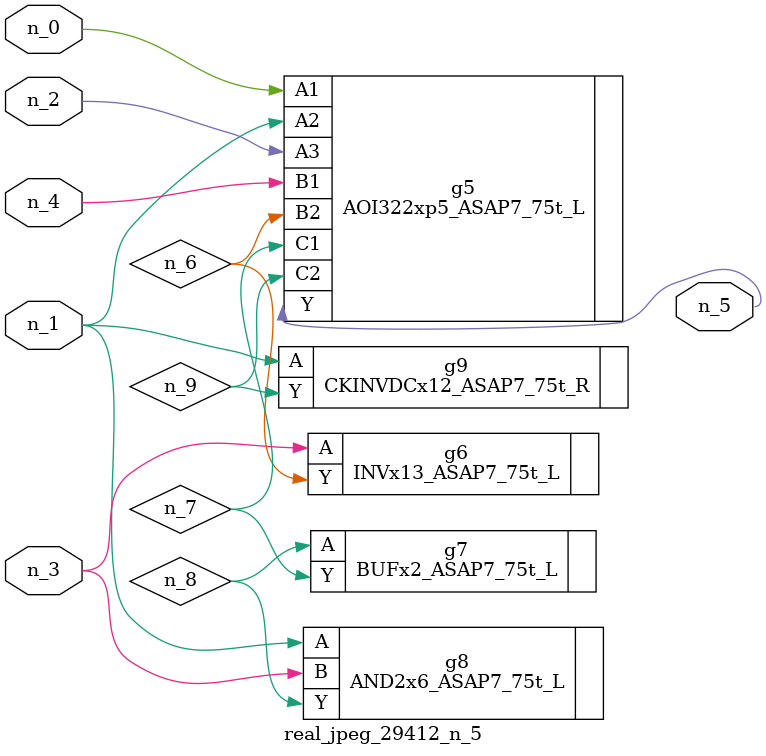
<source format=v>
module real_jpeg_29412_n_5 (n_4, n_0, n_1, n_2, n_3, n_5);

input n_4;
input n_0;
input n_1;
input n_2;
input n_3;

output n_5;

wire n_8;
wire n_6;
wire n_7;
wire n_9;

AOI322xp5_ASAP7_75t_L g5 ( 
.A1(n_0),
.A2(n_1),
.A3(n_2),
.B1(n_4),
.B2(n_6),
.C1(n_7),
.C2(n_9),
.Y(n_5)
);

AND2x6_ASAP7_75t_L g8 ( 
.A(n_1),
.B(n_3),
.Y(n_8)
);

CKINVDCx12_ASAP7_75t_R g9 ( 
.A(n_1),
.Y(n_9)
);

INVx13_ASAP7_75t_L g6 ( 
.A(n_3),
.Y(n_6)
);

BUFx2_ASAP7_75t_L g7 ( 
.A(n_8),
.Y(n_7)
);


endmodule
</source>
